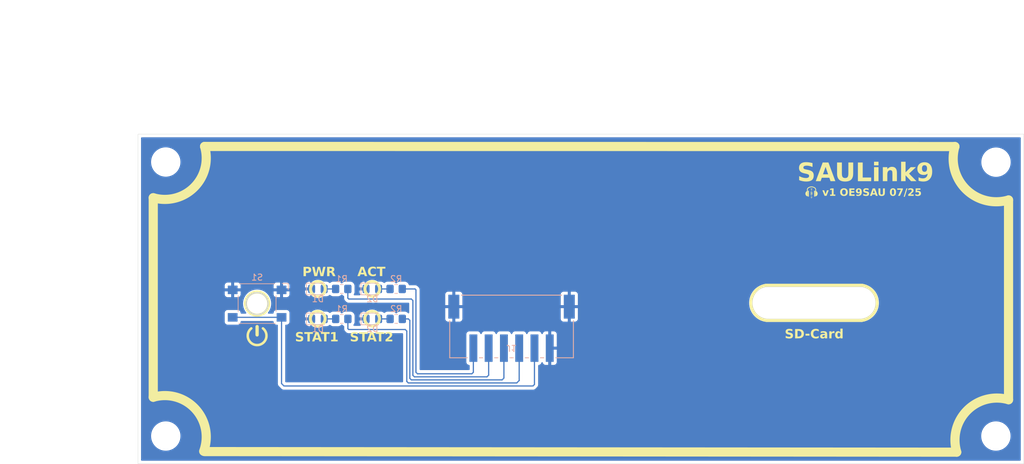
<source format=kicad_pcb>
(kicad_pcb (version 20240108) (generator "pcbnew") (generator_version "8.0")
  (layers (0 "F.Cu" signal) (31 "B.Cu" signal) (34 "B.Paste" user) (35 "F.Paste" user) (36 "B.SilkS" user "B.Silkscreen") (37 "F.SilkS" user "F.Silkscreen") (38 "B.Mask" user) (39 "F.Mask" user) (44 "Edge.Cuts" user))
  (net 0 "")
  (net 1 "GND")
  (footprint "MountingHole:MountingHole_4.3mm_M4" (layer "F.Cu") (at 79.05 68.55)
    (property "Reference" "REF1" (hide yes))
    (property "Value" "MountingHole_4.3mm_M4" (hide yes))
    (pad "" np_thru_hole circle (at 0 0) (size 4.3 4.3) (drill 4.3) (layers "F&B.Cu" "*.Mask"))
  )
  (footprint "LOGO" (layer "F.Cu") (at 184.75 73.55)
    (property "Reference" "G2" (hide yes))
    (property "Value" "LOGO" (hide yes))
    (fp_poly (pts (xy -0.000565 0.834474) (xy 0.087009 0.835065) (xy 0.087009 0.852015) (xy 0.087009 0.868965) (xy -0.000565 0.869557) (xy -0.08814 0.870148) (xy -0.08814 0.852015) (xy -0.08814 0.833882)) (fill solid) (layer "F.SilkS"))
    (fp_poly (pts (xy 0.02938 0.985355) (xy 0.02938 1.001174) (xy -0.00113 1.001174) (xy -0.03164 1.001174) (xy -0.03164 0.985355) (xy -0.03164 0.969535) (xy -0.00113 0.969535) (xy 0.02938 0.969535)) (fill solid) (layer "F.SilkS"))
    (fp_poly (pts (xy -0.000565 0.902261) (xy 0.05537 0.902865) (xy 0.056034 0.91925) (xy 0.056698 0.935635) (xy -0.001346 0.935635) (xy -0.059389 0.935635) (xy -0.057964 0.92377) (xy -0.057132 0.915912) (xy -0.056609 0.909185) (xy -0.056519 0.906781) (xy -0.0565 0.901656)) (fill solid) (layer "F.SilkS"))
    (fp_poly (pts (xy 0.116389 0.785346) (xy 0.116389 0.801166) (xy -0.000628 0.801751) (xy -0.027214 0.801867) (xy -0.049618 0.801924) (xy -0.068177 0.801913) (xy -0.083228 0.801828) (xy -0.09511 0.801661) (xy -0.104158 0.801406) (xy -0.110712 0.801054) (xy -0.115108 0.8006) (xy -0.117684 0.800035) (xy -0.118777 0.799353) (xy -0.118835 0.799238) (xy -0.11937 0.795401) (xy -0.119514 0.788715) (xy -0.119336 0.782833) (xy -0.118649 0.769526) (xy -0.00113 0.769526) (xy 0.116389 0.769526)) (fill solid) (layer "F.SilkS"))
    (fp_poly (pts (xy -0.522178 -0.298269) (xy -0.50562 -0.298208) (xy -0.492911 -0.298033) (xy -0.483381 -0.297693) (xy -0.47636 -0.297142) (xy -0.471176 -0.296331) (xy -0.46716 -0.295211) (xy -0.464427 -0.294102) (xy -0.455167 -0.288226) (xy -0.446477 -0.279858) (xy -0.439652 -0.27044) (xy -0.436341 -0.262884) (xy -0.436099 -0.259775) (xy -0.43587 -0.252417) (xy -0.435654 -0.241078) (xy -0.435451 -0.226029) (xy -0.435261 -0.207539) (xy -0.435085 -0.185878) (xy -0.434922 -0.161316) (xy -0.434773 -0.134123) (xy -0.434638 -0.104568) (xy -0.434517 -0.072922) (xy -0.43441 -0.039454) (xy -0.434317 -0.004434) (xy -0.434238 0.031868) (xy -0.434175 0.069183) (xy -0.434125 0.10724) (xy -0.434091 0.14577) (xy -0.434072 0.184502) (xy -0.434068 0.223168) (xy -0.434079 0.261497) (xy -0.434106 0.29922) (xy -0.434149 0.336066) (xy -0.434207 0.371766) (xy -0.434281 0.40605) (xy -0.434372 0.438648) (xy -0.434478 0.469291) (xy -0.434601 0.497708) (xy -0.434741 0.52363) (xy -0.434897 0.546787) (xy -0.43507 0.566909) (xy -0.43526 0.583726) (xy -0.435467 0.596969) (xy -0.435691 0.606368) (xy -0.435854 0.610432) (xy -0.436568 0.622426) (xy -0.43732 0.630877) (xy -0.43832 0.636759) (xy -0.439776 0.641046) (xy -0.441898 0.644711) (xy -0.443751 0.647246) (xy -0.44983 0.653868) (xy -0.457217 0.660189) (xy -0.459353 0.6617) (xy -0.468603 0.667826) (xy -0.519625 0.668223) (xy -0.534918 0.668246) (xy -0.549179 0.66809) (xy -0.561619 0.667778) (xy -0.571447 0.667331) (xy -0.577874 0.666773) (xy -0.579357 0.666514) (xy -0.591739 0.661467) (xy -0.60118 0.653163) (xy -0.60589 0.64545) (xy -0.60639 0.644233) (xy -0.606848 0.642747) (xy -0.607267 0.640801) (xy -0.607648 0.638207) (xy -0.607993 0.634774) (xy -0.608305 0.630313) (xy -0.608584 0.624633) (xy -0.608832 0.617544) (xy -0.609052 0.608858) (xy -0.609245 0.598383) (xy -0.609412 0.58593) (xy -0.609556 0.57131) (xy -0.609679 0.554332) (xy -0.609781 0.534806) (xy -0.609865 0.512543) (xy -0.609933 0.487353) (xy -0.609986 0.459045) (xy -0.610026 0.427431) (xy -0.610054 0.39232) (xy -0.610074 0.353522) (xy -0.610086 0.310847) (xy -0.610091 0.264106) (xy -0.610093 0.213109) (xy -0.610093 0.192099) (xy -0.610083 0.145941) (xy -0.610052 0.1012) (xy -0.610004 0.058084) (xy -0.609937 0.016798) (xy -0.609854 -0.022449) (xy -0.609755 -0.059453) (xy -0.609641 -0.094005) (xy -0.609512 -0.125901) (xy -0.609371 -0.154932) (xy -0.609218 -0.180892) (xy -0.609053 -0.203575) (xy -0.608877 -0.222774) (xy -0.608692 -0.238283) (xy -0.608499 -0.249894) (xy -0.608298 -0.257401) (xy -0.60809 -0.260599) (xy -0.608087 -0.260612) (xy -0.60287 -0.273497) (xy -0.594008 -0.284497) (xy -0.582378 -0.292594) (xy -0.578446 -0.29448) (xy -0.574783 -0.295897) (xy -0.570688 -0.296913) (xy -0.565462 -0.297592) (xy -0.558405 -0.298001) (xy -0.548816 -0.298206) (xy -0.535997 -0.298272)) (fill solid) (layer "F.SilkS"))
    (fp_poly (pts (xy 0.563337 -0.295862) (xy 0.572158 -0.29571) (xy 0.578599 -0.295383) (xy 0.583194 -0.294848) (xy 0.586478 -0.294072) (xy 0.588987 -0.293023) (xy 0.591254 -0.291669) (xy 0.592209 -0.291037) (xy 0.594004 -0.289981) (xy 0.595654 -0.289182) (xy 0.597166 -0.288455) (xy 0.598546 -0.287616) (xy 0.599801 -0.286481) (xy 0.600936 -0.284865) (xy 0.601959 -0.282586) (xy 0.602874 -0.279459) (xy 0.603689 -0.275299) (xy 0.60441 -0.269924) (xy 0.605042 -0.263148) (xy 0.605592 -0.254788) (xy 0.606067 -0.244659) (xy 0.606472 -0.232579) (xy 0.606814 -0.218362) (xy 0.607099 -0.201825) (xy 0.607333 -0.182783) (xy 0.607522 -0.161053) (xy 0.607673 -0.136451) (xy 0.607791 -0.108792) (xy 0.607884 -0.077893) (xy 0.607957 -0.043569) (xy 0.608016 -0.005637) (xy 0.608068 0.036088) (xy 0.608119 0.08179) (xy 0.608175 0.131652) (xy 0.608239 0.183183) (xy 0.608308 0.236391) (xy 0.608371 0.285266) (xy 0.608423 0.329997) (xy 0.608465 0.370772) (xy 0.608495 0.407779) (xy 0.60851 0.441205) (xy 0.608509 0.471239) (xy 0.608491 0.498068) (xy 0.608454 0.52188) (xy 0.608396 0.542864) (xy 0.608315 0.561206) (xy 0.608211 0.577096) (xy 0.608081 0.59072) (xy 0.607924 0.602267) (xy 0.607737 0.611925) (xy 0.607521 0.619882) (xy 0.607272 0.626325) (xy 0.606989 0.631442) (xy 0.606671 0.635422) (xy 0.606316 0.638452) (xy 0.605922 0.640721) (xy 0.605488 0.642415) (xy 0.605012 0.643723) (xy 0.604493 0.644833) (xy 0.604227 0.645351) (xy 0.597981 0.653648) (xy 0.588827 0.660972) (xy 0.588707 0.661046) (xy 0.577796 0.667826) (xy 0.523372 0.668418) (xy 0.506027 0.668579) (xy 0.492574 0.668611) (xy 0.482388 0.668479) (xy 0.474843 0.668148) (xy 0.469311 0.66758) (xy 0.465167 0.66674) (xy 0.461784 0.665591) (xy 0.459907 0.664762) (xy 0.448849 0.657715) (xy 0.440761 0.647991) (xy 0.43703 0.640676) (xy 0.436569 0.639405) (xy 0.436147 0.637694) (xy 0.43576 0.635355) (xy 0.435408 0.632199) (xy 0.435089 0.628039) (xy 0.434801 0.622686) (xy 0.434544 0.615951) (xy 0.434314 0.607647) (xy 0.434111 0.597585) (xy 0.433934 0.585576) (xy 0.43378 0.571433) (xy 0.433647 0.554967) (xy 0.433535 0.53599) (xy 0.433442 0.514313) (xy 0.433366 0.489749) (xy 0.433305 0.462108) (xy 0.433258 0.431203) (xy 0.433224 0.396845) (xy 0.4332 0.358846) (xy 0.433186 0.317018) (xy 0.433179 0.271171) (xy 0.433178 0.221119) (xy 0.433179 0.185285) (xy 0.433189 0.129692) (xy 0.433212 0.078465) (xy 0.433248 0.03145) (xy 0.433298 -0.011506) (xy 0.433363 -0.050556) (xy 0.433444 -0.085856) (xy 0.433542 -0.117557) (xy 0.433659 -0.145815) (xy 0.433794 -0.170783) (xy 0.433949 -0.192614) (xy 0.434125 -0.211463) (xy 0.434323 -0.227482) (xy 0.434543 -0.240827) (xy 0.434788 -0.251649) (xy 0.435057 -0.260104) (xy 0.435351 -0.266345) (xy 0.435672 -0.270525) (xy 0.435994 -0.272692) (xy 0.439011 -0.28132) (xy 0.443136 -0.288199) (xy 0.444435 -0.289608) (xy 0.446135 -0.291127) (xy 0.447985 -0.29233) (xy 0.450503 -0.293261) (xy 0.454208 -0.293961) (xy 0.459621 -0.294474) (xy 0.46726 -0.294842) (xy 0.477644 -0.295107) (xy 0.491293 -0.295313) (xy 0.508726 -0.295502) (xy 0.517244 -0.295586) (xy 0.536415 -0.295767) (xy 0.551601 -0.29587)) (fill solid) (layer "F.SilkS"))
    (fp_poly (pts (xy 0.038956 -0.998464) (xy 0.05826 -0.997778) (xy 0.071668 -0.996849) (xy 0.12814 -0.990165) (xy 0.183475 -0.980515) (xy 0.238306 -0.967724) (xy 0.293263 -0.951618) (xy 0.34898 -0.932024) (xy 0.406088 -0.908767) (xy 0.429398 -0.89843) (xy 0.466148 -0.881087) (xy 0.499001 -0.864067) (xy 0.528525 -0.846995) (xy 0.555289 -0.829495) (xy 0.579862 -0.811191) (xy 0.602811 -0.791708) (xy 0.624705 -0.77067) (xy 0.628277 -0.767001) (xy 0.65811 -0.733383) (xy 0.684118 -0.698407) (xy 0.706175 -0.662316) (xy 0.724152 -0.625358) (xy 0.737922 -0.587777) (xy 0.747358 -0.549819) (xy 0.750163 -0.532629) (xy 0.750691 -0.526344) (xy 0.751163 -0.515796) (xy 0.751573 -0.501242) (xy 0.751918 -0.482938) (xy 0.752196 -0.461141) (xy 0.7524 -0.436107) (xy 0.752528 -0.408093) (xy 0.752576 -0.377356) (xy 0.752576 -0.37504) (xy 0.752576 -0.235131) (xy 0.762181 -0.230247) (xy 0.77584 -0.222453) (xy 0.791651 -0.212017) (xy 0.808705 -0.199619) (xy 0.826091 -0.185942) (xy 0.842901 -0.171667) (xy 0.854604 -0.160959) (xy 0.886369 -0.127758) (xy 0.914512 -0.092036) (xy 0.93895 -0.054088) (xy 0.959598 -0.014207) (xy 0.976369 0.02731) (xy 0.989178 0.070169) (xy 0.997942 0.114075) (xy 1.002573 0.158733) (xy 1.002988 0.203849) (xy 0.999101 0.249127) (xy 0.990826 0.294273) (xy 0.988671 0.303129) (xy 0.981149 0.329734) (xy 0.972273 0.354966) (xy 0.961351 0.380694) (xy 0.954888 0.394368) (xy 0.932687 0.434876) (xy 0.906781 0.472841) (xy 0.877291 0.508125) (xy 0.84434 0.54059) (xy 0.80805 0.5701) (xy 0.785663 0.585711) (xy 0.765641 0.598897) (xy 0.693684 0.598897) (xy 0.621728 0.598897) (xy 0.620949 0.040115) (xy 0.62017 -0.518667) (xy 0.615327 -0.534487) (xy 0.605357 -0.562378) (xy 0.592789 -0.588949) (xy 0.577237 -0.614817) (xy 0.558315 -0.640599) (xy 0.535634 -0.666912) (xy 0.525447 -0.677699) (xy 0.496301 -0.705699) (xy 0.466055 -0.730633) (xy 0.435322 -0.75203) (xy 0.405577 -0.768992) (xy 0.39275 -0.775008) (xy 0.376319 -0.781976) (xy 0.357034 -0.789631) (xy 0.335643 -0.797708) (xy 0.312895 -0.805943) (xy 0.289541 -0.814072) (xy 0.266328 -0.82183) (xy 0.244008 -0.828953) (xy 0.223328 -0.835177) (xy 0.205038 -0.840238) (xy 0.200009 -0.841519) (xy 0.164375 -0.849903) (xy 0.131794 -0.856501) (xy 0.101231 -0.861451) (xy 0.071649 -0.864892) (xy 0.042011 -0.866963) (xy 0.011282 -0.867802) (xy 0.003303 -0.867835) (xy -0.037969 -0.866854) (xy -0.078502 -0.863825) (xy -0.118923 -0.858623) (xy -0.159857 -0.851119) (xy -0.20193 -0.841188) (xy -0.245768 -0.828702) (xy -0.291997 -0.813535) (xy -0.327121 -0.80088) (xy -0.356696 -0.789547) (xy -0.382538 -0.778855) (xy -0.405311 -0.768399) (xy -0.425679 -0.757774) (xy -0.444307 -0.746574) (xy -0.461859 -0.734393) (xy -0.478998 -0.720826) (xy -0.496389 -0.705468) (xy -0.514696 -0.687912) (xy -0.51881 -0.683817) (xy -0.54225 -0.659222) (xy -0.562023 -0.635873) (xy -0.57856 -0.613103) (xy -0.59229 -0.590248) (xy -0.603644 -0.566642) (xy -0.613051 -0.54162) (xy -0.615328 -0.534487) (xy -0.620204 -0.518667) (xy -0.620951 0.040115) (xy -0.621697 0.598897) (xy -0.694482 0.598798) (xy -0.767266 0.598699) (xy -0.789224 0.583543) (xy -0.823751 0.557939) (xy -0.854445 0.531325) (xy -0.881976 0.503069) (xy -0.907013 0.472539) (xy -0.907021 0.472528) (xy -0.932998 0.434412) (xy -0.954898 0.394637) (xy -0.972727 0.353484) (xy -0.986491 0.311235) (xy -0.996194 0.268175) (xy -1.001842 0.224584) (xy -1.003439 0.180745) (xy -1.000994 0.136941) (xy -0.994508 0.093454) (xy -0.983988 0.050567) (xy -0.969439 0.008561) (xy -0.950867 -0.03228) (xy -0.928276 -0.071675) (xy -0.901672 -0.10934) (xy -0.896072 -0.116391) (xy -0.868327 -0.147519) (xy -0.837162 -0.176783) (xy -0.803569 -0.203309) (xy -0.777708 -0.220676) (xy -0.752818 -0.236169) (xy -0.751962 -0.387588) (xy -0.751796 -0.41779) (xy -0.751644 -0.443866) (xy -0.75148 -0.466209) (xy -0.751277 -0.485212) (xy -0.751008 -0.501269) (xy -0.750645 -0.514773) (xy -0.750162 -0.526118) (xy -0.749531 -0.535697) (xy -0.748725 -0.543904) (xy -0.747717 -0.551132) (xy -0.746481 -0.557774) (xy -0.744988 -0.564223) (xy -0.743212 -0.570874) (xy -0.741125 -0.578119) (xy -0.738702 -0.586353) (xy -0.738128 -0.588308) (xy -0.730771 -0.609579) (xy -0.72071 -0.632905) (xy -0.708513 -0.657218) (xy -0.694746 -0.681453) (xy -0.679975 -0.704543) (xy -0.666497 -0.723196) (xy -0.646394 -0.747424) (xy -0.623786 -0.771438) (xy -0.599619 -0.794367) (xy -0.574835 -0.815341) (xy -0.550382 -0.83349) (xy -0.537877 -0.841667) (xy -0.513748 -0.855841) (xy -0.486058 -0.870718) (xy -0.455629 -0.885897) (xy -0.423284 -0.900977) (xy -0.389845 -0.915556) (xy -0.368156 -0.924476) (xy -0.303325 -0.948274) (xy -0.238427 -0.967626) (xy -0.173198 -0.982606) (xy -0.114129 -0.992388) (xy -0.097363 -0.994252) (xy -0.077223 -0.995825) (xy -0.054712 -0.997082) (xy -0.030835 -0.997998) (xy -0.006596 -0.99855) (xy 0.017003 -0.998713)) (fill solid) (layer "F.SilkS"))
    (fp_poly (pts (xy -0.008101 -0.659698) (xy 0.013324 -0.659617) (xy 0.034695 -0.659492) (xy 0.05553 -0.659326) (xy 0.075343 -0.659122) (xy 0.09365 -0.658883) (xy 0.109968 -0.658613) (xy 0.123813 -0.658313) (xy 0.1347 -0.657988) (xy 0.142145 -0.657639) (xy 0.145664 -0.657271) (xy 0.145866 -0.657185) (xy 0.145095 -0.654971) (xy 0.142316 -0.649155) (xy 0.137714 -0.640085) (xy 0.131473 -0.62811) (xy 0.123779 -0.61358) (xy 0.114816 -0.596844) (xy 0.104769 -0.578251) (xy 0.093823 -0.558151) (xy 0.082773 -0.537999) (xy 0.01808 -0.420416) (xy 0.01808 -0.268) (xy 0.01808 -0.115585) (xy 0.006215 -0.114382) (xy -0.001611 -0.113681) (xy -0.012069 -0.112868) (xy -0.023276 -0.112085) (xy -0.026793 -0.11186) (xy -0.038879 -0.110809) (xy -0.051823 -0.109214) (xy -0.063199 -0.107382) (xy -0.065212 -0.106986) (xy -0.081284 -0.10286) (xy -0.093246 -0.097835) (xy -0.10146 -0.091682) (xy -0.106286 -0.084169) (xy -0.107523 -0.079926) (xy -0.107843 -0.075239) (xy -0.106054 -0.071308) (xy -0.101389 -0.066567) (xy -0.100661 -0.065924) (xy -0.094046 -0.060951) (xy -0.085451 -0.055622) (xy -0.076074 -0.050551) (xy -0.067112 -0.046354) (xy -0.059761 -0.043647) (xy -0.055991 -0.042964) (xy -0.0519 -0.043567) (xy -0.044502 -0.045195) (xy -0.034829 -0.047604) (xy -0.023912 -0.050547) (xy -0.023345 -0.050706) (xy 0.003542 -0.057401) (xy 0.029185 -0.062123) (xy 0.053085 -0.064844) (xy 0.074738 -0.065538) (xy 0.093645 -0.064176) (xy 0.109304 -0.06073) (xy 0.115501 -0.058336) (xy 0.126059 -0.052129) (xy 0.134125 -0.044689) (xy 0.134711 -0.043946) (xy 0.138528 -0.038214) (xy 0.140496 -0.032657) (xy 0.141175 -0.025334) (xy 0.141211 -0.021412) (xy 0.140828 -0.01272) (xy 0.139371 -0.006598) (xy 0.136292 -0.001128) (xy 0.134865 0.000812) (xy 0.126375 0.009262) (xy 0.115267 0.015532) (xy 0.101183 0.019718) (xy 0.083762 0.021915) (xy 0.062644 0.022221) (xy 0.05579 0.02197) (xy 0.036735 0.020636) (xy 0.019188 0.01832) (xy 0.001533 0.014726) (xy -0.017846 0.009558) (xy -0.02737 0.006697) (xy -0.037487 0.003801) (xy -0.046783 0.001536) (xy -0.053901 0.000213) (xy -0.05642 0) (xy -0.062949 0.001177) (xy -0.071318 0.004329) (xy -0.080593 0.008891) (xy -0.089839 0.014297) (xy -0.098121 0.019979) (xy -0.104504 0.025371) (xy -0.108055 0.029908) (xy -0.108479 0.031544) (xy -0.10657 0.035483) (xy -0.101428 0.040689) (xy -0.093934 0.046551) (xy -0.084968 0.052459) (xy -0.07541 0.057806) (xy -0.066141 0.06198) (xy -0.062821 0.063151) (xy -0.05839 0.064259) (xy -0.053919 0.064416) (xy -0.048246 0.063463) (xy -0.040209 0.061241) (xy -0.033441 0.059128) (xy -0.013794 0.053566) (xy 0.007162 0.048856) (xy 0.028369 0.045151) (xy 0.048771 0.042605) (xy 0.067312 0.04137) (xy 0.082933 0.041598) (xy 0.085869 0.04186) (xy 0.103393 0.045118) (xy 0.118096 0.050723) (xy 0.129635 0.058412) (xy 0.137664 0.067922) (xy 0.141842 0.07899) (xy 0.142379 0.085017) (xy 0.140219 0.097611) (xy 0.134061 0.108825) (xy 0.124393 0.117856) (xy 0.121374 0.119741) (xy 0.105466 0.126369) (xy 0.086153 0.130027) (xy 0.063438 0.130715) (xy 0.037325 0.128434) (xy 0.007816 0.123182) (xy -0.024687 0.115072) (xy -0.035385 0.112305) (xy -0.045412 0.110109) (xy -0.053403 0.108765) (xy -0.056956 0.108479) (xy -0.064237 0.10965) (xy -0.073118 0.112786) (xy -0.082652 0.117327) (xy -0.091894 0.122712) (xy -0.099897 0.128378) (xy -0.105714 0.133766) (xy -0.108401 0.138313) (xy -0.108479 0.139047) (xy -0.106649 0.142631) (xy -0.101764 0.14764) (xy -0.094738 0.15333) (xy -0.086482 0.158956) (xy -0.078563 0.163449) (xy -0.069661 0.167191) (xy -0.060831 0.169019) (xy -0.051047 0.168917) (xy -0.039283 0.166872) (xy -0.024512 0.162869) (xy -0.023972 0.162707) (xy 0.003874 0.155367) (xy 0.030289 0.150758) (xy 0.057197 0.148583) (xy 0.06893 0.148324) (xy 0.081678 0.148333) (xy 0.091016 0.148652) (xy 0.098051 0.149411) (xy 0.103889 0.15074) (xy 0.109637 0.152766) (xy 0.110739 0.153212) (xy 0.121552 0.15828) (xy 0.129265 0.163693) (xy 0.135242 0.170514) (xy 0.137673 0.174238) (xy 0.141676 0.184996) (xy 0.141677 0.197016) (xy 0.137685 0.209474) (xy 0.137294 0.210265) (xy 0.130068 0.219671) (xy 0.119122 0.226989) (xy 0.104754 0.2322) (xy 0.087262 0.235286) (xy 0.066945 0.236228) (xy 0.044099 0.23501) (xy 0.019024 0.231611) (xy -0.007983 0.226015) (xy -0.02905 0.220444) (xy -0.040472 0.217193) (xy -0.048511 0.2151) (xy -0.054121 0.214056) (xy -0.058257 0.213952) (xy -0.061875 0.21468) (xy -0.06593 0.216131) (xy -0.066154 0.216218) (xy -0.07326 0.219504) (xy -0.081616 0.224151) (xy -0.090193 0.229486) (xy -0.097965 0.234833) (xy -0.103904 0.239516) (xy -0.106982 0.24286) (xy -0.107106 0.24313) (xy -0.107247 0.247963) (xy -0.106282 0.250741) (xy -0.102572 0.254846) (xy -0.095616 0.260104) (xy -0.086338 0.265915) (xy -0.075657 0.271679) (xy -0.069871 0.274451) (xy -0.057252 0.280225) (xy -0.038231 0.274432) (xy -0.013456 0.267382) (xy 0.008662 0.262234) (xy 0.029443 0.258742) (xy 0.050208 0.256661) (xy 0.059896 0.256119) (xy 0.073912 0.255629) (xy 0.084461 0.255604) (xy 0.092579 0.256098) (xy 0.099299 0.257162) (xy 0.104108 0.258386) (xy 0.119299 0.264435) (xy 0.130701 0.272574) (xy 0.138188 0.282658) (xy 0.141634 0.294541) (xy 0.141753 0.301915) (xy 0.13962 0.313035) (xy 0.134608 0.321946) (xy 0.126142 0.32938) (xy 0.11572 0.335123) (xy 0.100419 0.340281) (xy 0.081839 0.342937) (xy 0.059885 0.343085) (xy 0.034464 0.340723) (xy 0.00548 0.335845) (xy -0.026506 0.328612) (xy -0.039063 0.325502) (xy -0.048154 0.323412) (xy -0.054693 0.322247) (xy -0.059595 0.32191) (xy -0.063775 0.322309) (xy -0.068147 0.323347) (xy -0.070576 0.324043) (xy -0.080362 0.327676) (xy -0.090098 0.332599) (xy -0.098554 0.338065) (xy -0.104504 0.343332) (xy -0.106113 0.34558) (xy -0.107772 0.353131) (xy -0.105634 0.361372) (xy -0.100172 0.369511) (xy -0.091858 0.376754) (xy -0.08526 0.380553) (xy -0.077161 0.383934) (xy -0.068102 0.386593) (xy -0.057313 0.388658) (xy -0.044024 0.390257) (xy -0.027464 0.391518) (xy -0.015255 0.392184) (xy 0.01582 0.393701) (xy 0.01582 0.547149) (xy 0.01582 0.700596) (xy 0.08249 0.700596) (xy 0.149159 0.700596) (xy 0.149159 0.717546) (xy 0.149159 0.734496) (xy 0 0.734496) (xy -0.149159 0.734496) (xy -0.149159 0.717546) (xy -0.149159 0.700596) (xy -0.08475 0.700596) (xy -0.02034 0.700596) (xy -0.02034 0.56421) (xy -0.02034 0.427825) (xy -0.043505 0.426386) (xy -0.069063 0.423472) (xy -0.090962 0.418146) (xy -0.109152 0.410432) (xy -0.123581 0.400356) (xy -0.134198 0.387942) (xy -0.138387 0.380142) (xy -0.141712 0.368799) (xy -0.14284 0.356004) (xy -0.141717 0.343732) (xy -0.139588 0.336574) (xy -0.133391 0.325997) (xy -0.124259 0.315464) (xy -0.113537 0.306474) (xy -0.11121 0.304923) (xy -0.101511 0.29876) (xy -0.102091 0.298363) (xy 0.010408 0.298363) (xy 0.010654 0.300172) (xy 0.014689 0.301883) (xy 0.02178 0.303443) (xy 0.031195 0.304796) (xy 0.042204 0.305887) (xy 0.054075 0.306661) (xy 0.066076 0.307063) (xy 0.077475 0.307039) (xy 0.087541 0.306532) (xy 0.095542 0.305488) (xy 0.097882 0.304941) (xy 0.104092 0.302197) (xy 0.10599 0.299012) (xy 0.10367 0.295964) (xy 0.097226 0.29363) (xy 0.096025 0.293398) (xy 0.087066 0.292359) (xy 0.075826 0.291871) (xy 0.063219 0.291881) (xy 0.05016 0.292337) (xy 0.037561 0.293186) (xy 0.026338 0.294374) (xy 0.017405 0.295848) (xy 0.011674 0.297556) (xy 0.010408 0.298363) (xy -0.102091 0.298363) (xy -0.10895 0.293668) (xy -0.117469 0.287125) (xy -0.126034 0.279364) (xy -0.133482 0.27154) (xy -0.138649 0.264807) (xy -0.139456 0.263414) (xy -0.141946 0.255168) (xy -0.142557 0.244937) (xy -0.141311 0.234835) (xy -0.139066 0.228407) (xy -0.135884 0.223974) (xy -0.130253 0.217686) (xy -0.123165 0.210618) (xy -0.119838 0.207538) (xy -0.112987 0.201235) (xy -0.107624 0.196087) (xy -0.104488 0.192815) (xy -0.103986 0.192083) (xy 0.01356 0.192083) (xy 0.015724 0.194822) (xy 0.021872 0.197081) (xy 0.031483 0.198786) (xy 0.04404 0.19986) (xy 0.059023 0.20023) (xy 0.06893 0.200083) (xy 0.079742 0.19957) (xy 0.089445 0.198742) (xy 0.096796 0.197726) (xy 0.100004 0.196921) (xy 0.105087 0.194019) (xy 0.10617 0.191138) (xy 0.103771 0.188433) (xy 0.098407 0.186057) (xy 0.090597 0.184165) (xy 0.080859 0.182913) (xy 0.069709 0.182454) (xy 0.057668 0.182943) (xy 0.05424 0.183267) (xy 0.040976 0.18492) (xy 0.029607 0.186792) (xy 0.020805 0.188736) (xy 0.015242 0.190607) (xy 0.01356 0.192083) (xy -0.103986 0.192083) (xy -0.103981 0.192075) (xy -0.105604 0.190202) (xy -0.109893 0.186361) (xy -0.115947 0.181356) (xy -0.116412 0.180984) (xy -0.128858 0.16958) (xy -0.137122 0.158409) (xy -0.141489 0.147005) (xy -0.142379 0.138444) (xy -0.141117 0.128175) (xy -0.137036 0.118628) (xy -0.129692 0.109117) (xy -0.118644 0.098951) (xy -0.11523 0.09621) (xy -0.103888 0.087299) (xy 0.014839 0.087299) (xy 0.01791 0.088896) (xy 0.024806 0.090642) (xy 0.029956 0.091695) (xy 0.041016 0.093322) (xy 0.053709 0.094319) (xy 0.066861 0.094688) (xy 0.079299 0.094429) (xy 0.089847 0.093543) (xy 0.097334 0.092031) (xy 0.098382 0.091645) (xy 0.104348 0.088384) (xy 0.105881 0.085301) (xy 0.103048 0.082163) (xy 0.101425 0.081212) (xy 0.097105 0.080207) (xy 0.089267 0.079565) (xy 0.078898 0.079261) (xy 0.066984 0.07927) (xy 0.05451 0.079569) (xy 0.042462 0.080131) (xy 0.031827 0.080932) (xy 0.02359 0.081947) (xy 0.018737 0.083153) (xy 0.018451 0.083296) (xy 0.015163 0.085537) (xy 0.014839 0.087299) (xy -0.103888 0.087299) (xy -0.101115 0.08512) (xy -0.107622 0.080453) (xy -0.115481 0.074261) (xy -0.123665 0.066914) (xy -0.131119 0.059452) (xy -0.136788 0.052916) (xy -0.139187 0.049338) (xy -0.141479 0.04169) (xy -0.142267 0.031915) (xy -0.141551 0.022105) (xy -0.139334 0.014349) (xy -0.139163 0.014013) (xy -0.135722 0.009189) (xy -0.129879 0.002577) (xy -0.122719 -0.004735) (xy -0.115326 -0.011657) (xy -0.108785 -0.017101) (xy -0.1067 -0.018588) (xy -0.104301 -0.020353) (xy -0.104026 -0.021008) (xy 0.011108 -0.021008) (xy 0.014845 -0.019102) (xy 0.022142 -0.017041) (xy 0.03164 -0.015148) (xy 0.037778 -0.014556) (xy 0.047126 -0.014186) (xy 0.058381 -0.014034) (xy 0.070239 -0.014094) (xy 0.081395 -0.01436) (xy 0.090547 -0.014827) (xy 0.096025 -0.01542) (xy 0.102718 -0.017625) (xy 0.105844 -0.020796) (xy 0.105127 -0.02423) (xy 0.100587 -0.027113) (xy 0.094616 -0.028317) (xy 0.085272 -0.028961) (xy 0.07357 -0.029098) (xy 0.060527 -0.028779) (xy 0.047158 -0.028056) (xy 0.034479 -0.02698) (xy 0.023505 -0.025603) (xy 0.015252 -0.023976) (xy 0.011397 -0.022588) (xy 0.011108 -0.021008) (xy -0.104026 -0.021008) (xy -0.103595 -0.022036) (xy -0.105036 -0.024366) (xy -0.109078 -0.028076) (xy -0.116175 -0.033896) (xy -0.116227 -0.033939) (xy -0.127009 -0.043202) (xy -0.134453 -0.051111) (xy -0.139121 -0.0586) (xy -0.141573 -0.066606) (xy -0.142368 -0.076063) (xy -0.142379 -0.077616) (xy -0.140822 -0.092401) (xy -0.135942 -0.104949) (xy -0.127431 -0.115687) (xy -0.114977 -0.125043) (xy -0.103534 -0.131097) (xy -0.092607 -0.135387) (xy -0.07915 -0.139474) (xy -0.064734 -0.142988) (xy -0.050931 -0.145556) (xy -0.039312 -0.146806) (xy -0.03691 -0.14687) (xy -0.0335 -0.146755) (xy -0.03059 -0.146608) (xy -0.02814 -0.146757) (xy -0.02611 -0.147533) (xy -0.024463 -0.149265) (xy -0.023157 -0.152281) (xy -0.022155 -0.156912) (xy -0.021416 -0.163486) (xy -0.020902 -0.172333) (xy -0.020574 -0.183783) (xy -0.020391 -0.198165) (xy -0.020316 -0.215808) (xy -0.020308 -0.237042) (xy -0.020329 -0.262196) (xy -0.02034 -0.286) (xy -0.02034 -0.422356) (xy -0.070904 -0.514582) (xy -0.081766 -0.534405) (xy -0.092436 -0.5539) (xy -0.102617 -0.572523) (xy -0.112013 -0.589731) (xy -0.120326 -0.60498) (xy -0.127261 -0.617725) (xy -0.129846 -0.622492) (xy -0.08814 -0.622492) (xy -0.087083 -0.620274) (xy -0.084091 -0.614603) (xy -0.079432 -0.60597) (xy -0.073374 -0.594869) (xy -0.066185 -0.581791) (xy -0.058133 -0.567231) (xy -0.054805 -0.561234) (xy -0.02147 -0.50124) (xy -0.020866 -0.559636) (xy -0.020743 -0.575538) (xy -0.020712 -0.590013) (xy -0.020767 -0.602427) (xy -0.020904 -0.612146) (xy -0.021116 -0.618535) (xy -0.02136 -0.620894) (xy -0.023112 -0.622098) (xy -0.027624 -0.622943) (xy -0.035389 -0.62347) (xy -0.046896 -0.623721) (xy -0.055299 -0.623757) (xy 0.02034 -0.623757) (xy 0.020362 -0.563302) (xy 0.020384 -0.502847) (xy 0.054262 -0.562525) (xy 0.062708 -0.577429) (xy 0.070386 -0.591023) (xy 0.077022 -0.602822) (xy 0.082346 -0.612342) (xy 0.086085 -0.619095) (xy 0.087967 -0.622599) (xy 0.088139 -0.62298) (xy 0.08601 -0.62325) (xy 0.080141 -0.62348) (xy 0.071315 -0.62365) (xy 0.060313 -0.623744) (xy 0.05424 -0.623757) (xy 0.02034 -0.623757) (xy -0.055299 -0.623757) (xy -0.066898 -0.623675) (xy -0.0767 -0.623449) (xy -0.083909 -0.623111) (xy -0.087734 -0.62269) (xy -0.08814 -0.622492) (xy -0.129846 -0.622492) (xy -0.132519 -0.627423) (xy -0.134995 -0.632017) (xy -0.148522 -0.657227) (xy -0.118896 -0.658798) (xy -0.110654 -0.659105) (xy -0.099077 -0.659348) (xy -0.084649 -0.659529) (xy -0.067853 -0.659652) (xy -0.049173 -0.659719) (xy -0.029095 -0.659733)) (fill solid) (layer "F.SilkS"))
  )
  (footprint "MountingHole:MountingHole_4.3mm_M4" (layer "F.Cu") (at 214.95 68.575)
    (property "Reference" "REF2" (hide yes))
    (property "Value" "MountingHole_4.3mm_M4" (hide yes))
    (pad "" np_thru_hole circle (at 0 0) (size 4.3 4.3) (drill 4.3) (layers "*.Cu" "*.Mask"))
  )
  (footprint "MountingHole:MountingHole_4.3mm_M4" (layer "F.Cu") (at 214.93 113.45)
    (property "Reference" "REF3" (hide yes))
    (property "Value" "MountingHole_4.3mm_M4" (hide yes))
    (pad "" np_thru_hole circle (at 0 0) (size 4.3 4.3) (drill 4.3) (layers "F&B.Cu" "*.Mask"))
  )
  (footprint "LOGO" (layer "F.Cu") (at 94 97)
    (property "Reference" "G0" (hide yes))
    (property "Value" "LOGO" (hide yes))
    (fp_poly (pts (xy 0.032264 -1.746442) (xy 0.055744 -1.744458) (xy 0.075319 -1.739977) (xy 0.095867 -1.732042) (xy 0.11104 -1.725059) (xy 0.164033 -1.692763) (xy 0.207475 -1.651086) (xy 0.240488 -1.601166) (xy 0.262195 -1.544139) (xy 0.266912 -1.522973) (xy 0.26818 -1.508863) (xy 0.269283 -1.481259) (xy 0.270221 -1.440338) (xy 0.270992 -1.386279) (xy 0.271595 -1.319261) (xy 0.272029 -1.239462) (xy 0.272292 -1.147062) (xy 0.272383 -1.042237) (xy 0.272301 -0.925168) (xy 0.272045 -0.796032) (xy 0.27199 -0.775029) (xy 0.271678 -0.661037) (xy 0.271384 -0.559905) (xy 0.271091 -0.47082) (xy 0.270779 -0.392968) (xy 0.270431 -0.325535) (xy 0.270029 -0.267707) (xy 0.269555 -0.21867) (xy 0.26899 -0.177612) (xy 0.268317 -0.143717) (xy 0.267518 -0.116172) (xy 0.266573 -0.094164) (xy 0.265466 -0.076878) (xy 0.264178 -0.063501) (xy 0.262692 -0.053219) (xy 0.260988 -0.045218) (xy 0.259049 -0.038684) (xy 0.256858 -0.032804) (xy 0.255421 -0.029268) (xy 0.228094 0.021896) (xy 0.191574 0.066926) (xy 0.148231 0.103475) (xy 0.100439 0.129195) (xy 0.092147 0.132285) (xy 0.054879 0.14139) (xy 0.011582 0.14609) (xy -0.030653 0.14583) (xy -0.05025 0.143477) (xy -0.103117 0.12756) (xy -0.151828 0.100071) (xy -0.194526 0.062917) (xy -0.229354 0.018007) (xy -0.254458 -0.032753) (xy -0.266751 -0.079006) (xy -0.267819 -0.092455) (xy -0.268794 -0.118423) (xy -0.269676 -0.155756) (xy -0.270465 -0.203301) (xy -0.271162 -0.259903) (xy -0.271764 -0.324408) (xy -0.272274 -0.395663) (xy -0.27269 -0.472514) (xy -0.273013 -0.553805) (xy -0.273242 -0.638385) (xy -0.273377 -0.725098) (xy -0.273418 -0.81279) (xy -0.273365 -0.900308) (xy -0.273218 -0.986498) (xy -0.272977 -1.070205) (xy -0.272642 -1.150276) (xy -0.272212 -1.225557) (xy -0.271687 -1.294894) (xy -0.271068 -1.357132) (xy -0.270354 -1.411118) (xy -0.269545 -1.455698) (xy -0.268642 -1.489718) (xy -0.267643 -1.512024) (xy -0.266889 -1.52004) (xy -0.250627 -1.578732) (xy -0.222577 -1.631184) (xy -0.18368 -1.676163) (xy -0.134873 -1.712433) (xy -0.11104 -1.725059) (xy -0.087485 -1.735585) (xy -0.067892 -1.742069) (xy -0.047384 -1.74547) (xy -0.021082 -1.746746) (xy 0 -1.746891)) (fill solid) (layer "F.SilkS"))
    (fp_poly (pts (xy 0.984716 -1.392233) (xy 1.014826 -1.384106) (xy 1.046089 -1.36913) (xy 1.080974 -1.346106) (xy 1.121951 -1.313834) (xy 1.124982 -1.311306) (xy 1.233243 -1.211954) (xy 1.332825 -1.102682) (xy 1.423022 -0.984677) (xy 1.503128 -0.859128) (xy 1.57244 -0.727223) (xy 1.630249 -0.59015) (xy 1.675853 -0.449097) (xy 1.702013 -0.339475) (xy 1.711675 -0.289816) (xy 1.719152 -0.246055) (xy 1.724704 -0.205152) (xy 1.728592 -0.16407) (xy 1.731076 -0.119769) (xy 1.732417 -0.06921) (xy 1.732875 -0.009353) (xy 1.732865 0.020511) (xy 1.732579 0.078526) (xy 1.731878 0.125496) (xy 1.730608 0.16405) (xy 1.728612 0.196816) (xy 1.725734 0.226421) (xy 1.721821 0.255494) (xy 1.717335 0.283078) (xy 1.693135 0.403886) (xy 1.663179 0.515987) (xy 1.626105 0.623622) (xy 1.580551 0.731034) (xy 1.559096 0.776016) (xy 1.484988 0.911632) (xy 1.400112 1.039139) (xy 1.305028 1.158012) (xy 1.200297 1.267729) (xy 1.08648 1.367765) (xy 0.964135 1.457596) (xy 0.833825 1.5367) (xy 0.69611 1.604552) (xy 0.652948 1.622834) (xy 0.55445 1.659675) (xy 0.454611 1.690007) (xy 0.349353 1.71494) (xy 0.24341 1.734192) (xy 0.21844 1.737116) (xy 0.182775 1.739875) (xy 0.139256 1.742382) (xy 0.090723 1.744546) (xy 0.040016 1.746278) (xy -0.010023 1.747491) (xy -0.056554 1.748093) (xy -0.096737 1.747997) (xy -0.127731 1.747113) (xy -0.140161 1.746226) (xy -0.291041 1.725742) (xy -0.433981 1.695101) (xy -0.570739 1.653791) (xy -0.70307 1.601297) (xy -0.805247 1.551787) (xy -0.936951 1.47523) (xy -1.060506 1.388041) (xy -1.175413 1.290918) (xy -1.281173 1.184564) (xy -1.377288 1.069678) (xy -1.463261 0.946959) (xy -1.538592 0.817109) (xy -1.602783 0.680828) (xy -1.655337 0.538815) (xy -1.695755 0.391772) (xy -1.719691 0.266649) (xy -1.729163 0.185602) (xy -1.734411 0.095553) (xy -1.735488 0.000489) (xy -1.732446 -0.095602) (xy -1.725336 -0.188734) (xy -1.71421 -0.27492) (xy -1.712518 -0.28513) (xy -1.681314 -0.428704) (xy -1.637358 -0.569736) (xy -1.581347 -0.707011) (xy -1.513975 -0.839314) (xy -1.435938 -0.965429) (xy -1.34793 -1.084141) (xy -1.250646 -1.194235) (xy -1.144782 -1.294496) (xy -1.126181 -1.310308) (xy -1.087998 -1.341041) (xy -1.056471 -1.36321) (xy -1.028896 -1.37822) (xy -1.002569 -1.387476) (xy -0.974785 -1.392383) (xy -0.966707 -1.393143) (xy -0.915361 -1.391055) (xy -0.868511 -1.377317) (xy -0.827436 -1.353523) (xy -0.793415 -1.321267) (xy -0.767726 -1.282141) (xy -0.75165 -1.237741) (xy -0.746465 -1.189659) (xy -0.753451 -1.139489) (xy -0.75601 -1.130644) (xy -0.759783 -1.118868) (xy -0.763751 -1.108546) (xy -0.768988 -1.098459) (xy -0.776574 -1.087392) (xy -0.787583 -1.074125) (xy -0.803093 -1.057443) (xy -0.824179 -1.036127) (xy -0.85192 -1.008959) (xy -0.887391 -0.974724) (xy -0.930556 -0.93327) (xy -1.017459 -0.84165) (xy -1.093425 -0.74375) (xy -1.159434 -0.63809) (xy -1.216467 -0.523192) (xy -1.240323 -0.465901) (xy -1.279816 -0.347276) (xy -1.307395 -0.223564) (xy -1.323048 -0.096414) (xy -1.326759 0.032524) (xy -1.318515 0.161599) (xy -1.298302 0.289162) (xy -1.266106 0.413563) (xy -1.248255 0.466555) (xy -1.197574 0.586702) (xy -1.134752 0.701551) (xy -1.06064 0.810055) (xy -0.976094 0.911168) (xy -0.881968 1.003841) (xy -0.779114 1.087028) (xy -0.696892 1.142483) (xy -0.580788 1.206718) (xy -0.460198 1.258402) (xy -0.336066 1.297537) (xy -0.209339 1.324121) (xy -0.08096 1.338154) (xy 0.048126 1.339635) (xy 0.176972 1.328565) (xy 0.304635 1.304942) (xy 0.43017 1.268767) (xy 0.552631 1.220039) (xy 0.671074 1.158758) (xy 0.697389 1.143047) (xy 0.78469 1.083635) (xy 0.870418 1.013966) (xy 0.951979 0.93662) (xy 1.02678 0.854173) (xy 1.092224 0.769204) (xy 1.127234 0.715944) (xy 1.19205 0.598024) (xy 1.24426 0.476292) (xy 1.284342 0.349426) (xy 1.312775 0.216105) (xy 1.316448 0.19295) (xy 1.322783 0.134232) (xy 1.325935 0.066248) (xy 1.326025 -0.006998) (xy 1.323176 -0.081504) (xy 1.317511 -0.153266) (xy 1.309153 -0.218283) (xy 1.302773 -0.252974) (xy 1.268274 -0.384715) (xy 1.221929 -0.510451) (xy 1.164087 -0.629523) (xy 1.0951 -0.741271) (xy 1.015315 -0.845038) (xy 0.952514 -0.913293) (xy 0.924934 -0.940741) (xy 0.891887 -0.973023) (xy 0.857951 -1.005694) (xy 0.83338 -1.028991) (xy 0.805833 -1.055291) (xy 0.78655 -1.075154) (xy 0.773541 -1.091182) (xy 0.764814 -1.105982) (xy 0.758377 -1.122159) (xy 0.755688 -1.130611) (xy 0.746702 -1.182416) (xy 0.750797 -1.233254) (xy 0.767416 -1.281174) (xy 0.796001 -1.324225) (xy 0.817095 -1.345538) (xy 0.858104 -1.373762) (xy 0.904015 -1.389928) (xy 0.953291 -1.394711)) (fill solid) (layer "F.SilkS"))
  )
  (footprint "MountingHole:MountingHole_4.3mm_M4" (layer "F.Cu") (at 79.05 113.45)
    (property "Reference" "REF4" (hide yes))
    (property "Value" "MountingHole_4.3mm_M4" (hide yes))
    (pad "" np_thru_hole circle (at 0 0) (size 4.3 4.3) (drill 4.3) (layers "F&B.Cu" "*.Mask"))
  )
  (footprint "LED_SMD:LED_0805_2012Metric_Pad1.15x1.40mm_HandSolder" (layer "B.Cu") (at 112.858423 89.35)
    (property "Reference" "D2" (at 0 1.65 0) (layer "B.SilkS") (effects (justify mirror)))
    (property "Value" "LED_0805_2012Metric_Pad1.15x1.40mm_HandSolder")
    (fp_line (start -1.86 -0.96) (end -1.86 0.96) (stroke (width 0.12)) (layer "B.SilkS"))
    (fp_line (start -1.86 0.96) (end 1 0.96) (stroke (width 0.12)) (layer "B.SilkS"))
    (fp_line (start 1 -0.96) (end -1.86 -0.96) (stroke (width 0.12)) (layer "B.SilkS"))
    (pad "1" smd roundrect (at -1.025 0) (size 1.15 1.4) (layers "B.Cu" "B.Paste" "B.Mask") (roundrect_rratio 0.217391) (net 1 "GND"))
    (pad "2" smd roundrect (at 1.025 0) (size 1.15 1.4) (layers "B.Cu" "B.Paste" "B.Mask") (roundrect_rratio 0.217391))
  )
  (footprint "S6B_XH_SM4_TB:CONN_S6B-XH-SM4-TB_JST" (layer "B.Cu") (at 135.65 95.496199)
    (property "Reference" "J1" (at 0 3.553801 180) (layer "B.SilkS") (effects (justify mirror)))
    (property "Value" "CONN_S6B-XH-SM4-TB_JST")
    (fp_line (start -10.1219 -0.957659) (end -10.1219 5.1308) (stroke (width 0.1524)) (layer "B.SilkS"))
    (fp_line (start -10.1219 5.1308) (end -7.23044 5.1308) (stroke (width 0.1524)) (layer "B.SilkS"))
    (fp_line (start -5.26956 5.1308) (end -4.73044 5.1308) (stroke (width 0.1524)) (layer "B.SilkS"))
    (fp_line (start -2.76956 5.1308) (end -2.23044 5.1308) (stroke (width 0.1524)) (layer "B.SilkS"))
    (fp_line (start -0.26956 5.1308) (end 0.26956 5.1308) (stroke (width 0.1524)) (layer "B.SilkS"))
    (fp_line (start 2.23044 5.1308) (end 2.76956 5.1308) (stroke (width 0.1524)) (layer "B.SilkS"))
    (fp_line (start 4.73044 5.1308) (end 5.26956 5.1308) (stroke (width 0.1524)) (layer "B.SilkS"))
    (fp_line (start 7.23044 5.1308) (end 10.1219 5.1308) (stroke (width 0.1524)) (layer "B.SilkS"))
    (fp_line (start 8.215559 -5.1308) (end -8.215559 -5.1308) (stroke (width 0.1524)) (layer "B.SilkS"))
    (fp_line (start 10.1219 5.1308) (end 10.1219 -0.957659) (stroke (width 0.1524)) (layer "B.SilkS"))
    (pad "1" smd rect (at -6.25 3.553801) (size 1.2954 4.4958) (layers "B.Cu" "B.Paste" "B.Mask"))
    (pad "2" smd rect (at -3.75 3.553801) (size 1.2954 4.4958) (layers "B.Cu" "B.Paste" "B.Mask"))
    (pad "3" smd rect (at -1.25 3.553801) (size 1.2954 4.4958) (layers "B.Cu" "B.Paste" "B.Mask"))
    (pad "4" smd rect (at 1.25 3.553801) (size 1.2954 4.4958) (layers "B.Cu" "B.Paste" "B.Mask"))
    (pad "5" smd rect (at 3.75 3.553801) (size 1.2954 4.4958) (layers "B.Cu" "B.Paste" "B.Mask"))
    (pad "6" smd rect (at 6.25 3.553801) (size 1.2954 4.4958) (layers "B.Cu" "B.Paste" "B.Mask") (net 1 "GND"))
    (pad "7" smd rect (at -9.449999 -3.246199) (size 1.8034 3.9116) (layers "B.Cu" "B.Paste" "B.Mask") (net 1 "GND"))
    (pad "8" smd rect (at 9.449999 -3.246199) (size 1.8034 3.9116) (layers "B.Cu" "B.Paste" "B.Mask") (net 1 "GND"))
  )
  (footprint "Resistor_SMD:R_0805_2012Metric_Pad1.20x1.40mm_HandSolder" (layer "B.Cu") (at 116.76 89.35 180)
    (property "Reference" "R2" (at 0 1.65 0) (layer "B.SilkS") (effects (justify mirror)))
    (property "Value" "10k")
    (fp_line (start 0.227064 0.735) (end -0.227064 0.735) (stroke (width 0.12)) (layer "B.SilkS"))
    (fp_line (start 0.227064 -0.735) (end -0.227064 -0.735) (stroke (width 0.12)) (layer "B.SilkS"))
    (pad "1" smd roundrect (at -1 0 180) (size 1.2 1.4) (layers "B.Cu" "B.Paste" "B.Mask") (roundrect_rratio 0.208333))
    (pad "2" smd roundrect (at 1 0 180) (size 1.2 1.4) (layers "B.Cu" "B.Paste" "B.Mask") (roundrect_rratio 0.208333))
  )
  (footprint "Resistor_SMD:R_0805_2012Metric_Pad1.20x1.40mm_HandSolder" (layer "B.Cu") (at 107.85 89.35 180)
    (property "Reference" "R1" (at 0 1.65 0) (layer "B.SilkS") (effects (justify mirror)))
    (property "Value" "10k")
    (fp_line (start 0.227064 0.735) (end -0.227064 0.735) (stroke (width 0.12)) (layer "B.SilkS"))
    (fp_line (start 0.227064 -0.735) (end -0.227064 -0.735) (stroke (width 0.12)) (layer "B.SilkS"))
    (pad "1" smd roundrect (at -1 0 180) (size 1.2 1.4) (layers "B.Cu" "B.Paste" "B.Mask") (roundrect_rratio 0.208333))
    (pad "2" smd roundrect (at 1 0 180) (size 1.2 1.4) (layers "B.Cu" "B.Paste" "B.Mask") (roundrect_rratio 0.208333))
  )
  (footprint "Button_Switch_SMD:SW_SPST_Omron_B3FS-101xP" (layer "B.Cu") (at 94 91.75 180)
    (property "Reference" "S1" (at 0 4.3 0) (layer "B.SilkS") (effects (justify mirror)))
    (property "Value" "SW_SPST_Omron_B3FS-101xP")
    (fp_line (start 3.1 -1.3) (end 3.1 1.3) (stroke (width 0.12)) (layer "B.SilkS"))
    (fp_line (start -2.9 3.25) (end 2.9 3.25) (stroke (width 0.12)) (layer "B.SilkS"))
    (fp_line (start -3 -3.25) (end 3 -3.25) (stroke (width 0.12)) (layer "B.SilkS"))
    (fp_line (start -3.1 -1.3) (end -3.1 1.3) (stroke (width 0.12)) (layer "B.SilkS"))
    (fp_line (start -4.1 3.3) (end -5.1 3.3) (stroke (width 0.12)) (layer "B.SilkS"))
    (fp_line (start -5.1 3.3) (end -5.1 2.3) (stroke (width 0.12)) (layer "B.SilkS"))
    (pad "1" smd rect (at -4 2.25) (size 1.6 1.4) (layers "B.Cu" "B.Paste" "B.Mask") (net 1 "GND"))
    (pad "1" smd rect (at 4 2.25) (size 1.6 1.4) (layers "B.Cu" "B.Paste" "B.Mask") (net 1 "GND"))
    (pad "2" smd rect (at -4 -2.25) (size 1.6 1.4) (layers "B.Cu" "B.Paste" "B.Mask"))
    (pad "2" smd rect (at 4 -2.25) (size 1.6 1.4) (layers "B.Cu" "B.Paste" "B.Mask"))
  )
  (footprint "LED_SMD:LED_0805_2012Metric_Pad1.15x1.40mm_HandSolder" (layer "B.Cu") (at 103.958423 94.26)
    (property "Reference" "D1" (at 0 1.65 0) (layer "B.SilkS") (effects (justify mirror)))
    (property "Value" "LED_0805_2012Metric_Pad1.15x1.40mm_HandSolder")
    (fp_line (start -1.86 -0.96) (end -1.86 0.96) (stroke (width 0.12)) (layer "B.SilkS"))
    (fp_line (start -1.86 0.96) (end 1 0.96) (stroke (width 0.12)) (layer "B.SilkS"))
    (fp_line (start 1 -0.96) (end -1.86 -0.96) (stroke (width 0.12)) (layer "B.SilkS"))
    (pad "1" smd roundrect (at -1.025 0) (size 1.15 1.4) (layers "B.Cu" "B.Paste" "B.Mask") (roundrect_rratio 0.217391) (net 1 "GND"))
    (pad "2" smd roundrect (at 1.025 0) (size 1.15 1.4) (layers "B.Cu" "B.Paste" "B.Mask") (roundrect_rratio 0.217391))
  )
  (footprint "Resistor_SMD:R_0805_2012Metric_Pad1.20x1.40mm_HandSolder" (layer "B.Cu") (at 116.77 94.26 180)
    (property "Reference" "R2" (at 0 1.65 0) (layer "B.SilkS") (effects (justify mirror)))
    (property "Value" "10k")
    (fp_line (start 0.227064 0.735) (end -0.227064 0.735) (stroke (width 0.12)) (layer "B.SilkS"))
    (fp_line (start 0.227064 -0.735) (end -0.227064 -0.735) (stroke (width 0.12)) (layer "B.SilkS"))
    (pad "1" smd roundrect (at -1 0 180) (size 1.2 1.4) (layers "B.Cu" "B.Paste" "B.Mask") (roundrect_rratio 0.208333))
    (pad "2" smd roundrect (at 1 0 180) (size 1.2 1.4) (layers "B.Cu" "B.Paste" "B.Mask") (roundrect_rratio 0.208333))
  )
  (footprint "LED_SMD:LED_0805_2012Metric_Pad1.15x1.40mm_HandSolder" (layer "B.Cu") (at 112.868423 94.26)
    (property "Reference" "D2" (at 0 1.65 0) (layer "B.SilkS") (effects (justify mirror)))
    (property "Value" "LED_0805_2012Metric_Pad1.15x1.40mm_HandSolder")
    (fp_line (start -1.86 -0.96) (end -1.86 0.96) (stroke (width 0.12)) (layer "B.SilkS"))
    (fp_line (start -1.86 0.96) (end 1 0.96) (stroke (width 0.12)) (layer "B.SilkS"))
    (fp_line (start 1 -0.96) (end -1.86 -0.96) (stroke (width 0.12)) (layer "B.SilkS"))
    (pad "1" smd roundrect (at -1.025 0) (size 1.15 1.4) (layers "B.Cu" "B.Paste" "B.Mask") (roundrect_rratio 0.217391) (net 1 "GND"))
    (pad "2" smd roundrect (at 1.025 0) (size 1.15 1.4) (layers "B.Cu" "B.Paste" "B.Mask") (roundrect_rratio 0.217391))
  )
  (footprint "LED_SMD:LED_0805_2012Metric_Pad1.15x1.40mm_HandSolder" (layer "B.Cu") (at 103.948423 89.35)
    (property "Reference" "D1" (at 0 1.65 0) (layer "B.SilkS") (effects (justify mirror)))
    (property "Value" "LED_0805_2012Metric_Pad1.15x1.40mm_HandSolder")
    (fp_line (start -1.86 -0.96) (end -1.86 0.96) (stroke (width 0.12)) (layer "B.SilkS"))
    (fp_line (start -1.86 0.96) (end 1 0.96) (stroke (width 0.12)) (layer "B.SilkS"))
    (fp_line (start 1 -0.96) (end -1.86 -0.96) (stroke (width 0.12)) (layer "B.SilkS"))
    (pad "1" smd roundrect (at -1.025 0) (size 1.15 1.4) (layers "B.Cu" "B.Paste" "B.Mask") (roundrect_rratio 0.217391) (net 1 "GND"))
    (pad "2" smd roundrect (at 1.025 0) (size 1.15 1.4) (layers "B.Cu" "B.Paste" "B.Mask") (roundrect_rratio 0.217391))
  )
  (footprint "Resistor_SMD:R_0805_2012Metric_Pad1.20x1.40mm_HandSolder" (layer "B.Cu") (at 107.86 94.26 180)
    (property "Reference" "R1" (at 0 1.65 0) (layer "B.SilkS") (effects (justify mirror)))
    (property "Value" "10k")
    (fp_line (start 0.227064 0.735) (end -0.227064 0.735) (stroke (width 0.12)) (layer "B.SilkS"))
    (fp_line (start 0.227064 -0.735) (end -0.227064 -0.735) (stroke (width 0.12)) (layer "B.SilkS"))
    (pad "1" smd roundrect (at -1 0 180) (size 1.2 1.4) (layers "B.Cu" "B.Paste" "B.Mask") (roundrect_rratio 0.208333))
    (pad "2" smd roundrect (at 1 0 180) (size 1.2 1.4) (layers "B.Cu" "B.Paste" "B.Mask") (roundrect_rratio 0.208333))
  )
  (gr_arc (start 193.00734 88.75) (mid 195.476949 91.630103) (end 192.995486 94.499999) (stroke (width 0.5)) (layer "F.SilkS"))
  (gr_arc (start 85.403806 66) (mid 83.69309 72.69309) (end 77 74.403806) (stroke (width 1.5)) (layer "F.SilkS"))
  (gr_arc (start 208.526121 116.088273) (mid 210.209159 109.274252) (end 217 107.500001) (stroke (width 1.5)) (layer "F.SilkS"))
  (gr_arc (start 217 74.77307) (mid 210.011784 72.999218) (end 208.22254 66.014928) (stroke (width 1.5)) (layer "F.SilkS"))
  (gr_circle (center 112.85 89.35) (end 114.05 89.35) (stroke (width 0.5)) (fill none) (layer "F.SilkS"))
  (gr_line (start 177.404513 94.5) (end 192.995486 94.5) (stroke (width 0.5)) (layer "F.SilkS"))
  (gr_line (start 217 74.77307) (end 217 107.500001) (stroke (width 1.5)) (layer "F.SilkS"))
  (gr_circle (center 103.95 89.35) (end 105.15 89.35) (stroke (width 0.5)) (fill none) (layer "F.SilkS"))
  (gr_circle (center 103.925 94.225) (end 105.125 94.225) (stroke (width 0.5)) (fill none) (layer "F.SilkS"))
  (gr_line (start 208.22254 66.014928) (end 85.403806 66) (stroke (width 1.5)) (layer "F.SilkS"))
  (gr_circle (center 94 91.75) (end 95.9 91.75) (stroke (width 0.5)) (fill none) (layer "F.SilkS"))
  (gr_circle (center 112.825 94.225) (end 114.025 94.225) (stroke (width 0.5)) (fill none) (layer "F.SilkS"))
  (gr_arc (start 77 107.096195) (mid 83.856117 108.975687) (end 85.256388 115.945484) (stroke (width 1.5)) (layer "F.SilkS"))
  (gr_line (start 208.5 116.096194) (end 85.403806 116) (stroke (width 1.5)) (layer "F.SilkS"))
  (gr_line (start 177.318054 88.75) (end 192.999999 88.75) (stroke (width 0.5)) (layer "F.SilkS"))
  (gr_line (start 77 74.403806) (end 77 107.096194) (stroke (width 1.5)) (layer "F.SilkS"))
  (gr_arc (start 177.351886 94.5) (mid 174.844468 91.639654) (end 177.318054 88.75) (stroke (width 0.5)) (layer "F.SilkS"))
  (gr_circle (center 103.95 89.35) (end 104.95 89.35) (stroke (width 0.05)) (fill none) (layer "Edge.Cuts"))
  (gr_line (start 177.659027 89) (end 192.659027 89) (stroke (width 0.05)) (layer "Edge.Cuts"))
  (gr_circle (center 94 91.75) (end 95.8 91.75) (stroke (width 0.2)) (fill none) (layer "Edge.Cuts"))
  (gr_circle (center 103.925 94.225) (end 104.925 94.225) (stroke (width 0.05)) (fill none) (layer "Edge.Cuts"))
  (gr_arc (start 192.659027 89) (mid 195.284027 91.625) (end 192.659027 94.25) (stroke (width 0.05)) (layer "Edge.Cuts"))
  (gr_rect (start 74.5 64) (end 219.5 118) (stroke (width 0.05)) (fill none) (layer "Edge.Cuts"))
  (gr_circle (center 112.85 89.35) (end 113.85 89.35) (stroke (width 0.05)) (fill none) (layer "Edge.Cuts"))
  (gr_arc (start 177.659027 94.25) (mid 175.034027 91.625) (end 177.659027 89) (stroke (width 0.05)) (layer "Edge.Cuts"))
  (gr_line (start 177.659027 94.25) (end 192.659027 94.25) (stroke (width 0.05)) (layer "Edge.Cuts"))
  (gr_circle (center 112.825 94.225) (end 113.825 94.225) (stroke (width 0.05)) (fill none) (layer "Edge.Cuts"))
  (gr_text "SAULink9\n" (at 182.4 72.2 0) (layer "F.SilkS") (effects (font (size 3 3) (thickness 0.2) (bold yes)) (justify left bottom)))
  (gr_text "SD-Card" (at 180.359027 97.7 0) (layer "F.SilkS") (effects (font (size 1.5 1.5) (thickness 0.2) (bold yes)) (justify left bottom)))
  (gr_text "v1 OE9SAU 07/25" (at 186.5 74.3 0) (layer "F.SilkS") (effects (font (size 1.2 1.2) (thickness 0.2) (bold yes)) (justify left bottom)))
  (gr_text "PWR" (at 101.41 87.51 0) (layer "F.SilkS") (effects (font (size 1.5 1.5) (thickness 0.2) (bold yes)) (justify left bottom)))
  (gr_text "STAT1" (at 100.2 98.2 0) (layer "F.SilkS") (effects (font (size 1.5 1.5) (thickness 0.2) (bold yes)) (justify left bottom)))
  (gr_text "STAT2\n" (at 109.175 98.2 0) (layer "F.SilkS") (effects (font (size 1.5 1.5) (thickness 0.2) (bold yes)) (justify left bottom)))
  (gr_text "ACT" (at 110.41 87.5 0) (layer "F.SilkS") (effects (font (size 1.5 1.5) (thickness 0.2) (bold yes)) (justify left bottom)))
  (segment (start 109 91) (end 108.85 90.85) (width 0.2) (layer "B.Cu") (net 0))
  (segment (start 98 104.85) (end 98 94.15) (width 0.2) (layer "B.Cu") (net 0))
  (segment (start 108.86 95.86) (end 108.86 94.26) (width 0.2) (layer "B.Cu") (net 0))
  (segment (start 108.85 90.85) (end 108.85 89.35) (width 0.2) (layer "B.Cu") (net 0))
  (segment (start 117.77 94.26) (end 118.76 94.26) (width 0.2) (layer "B.Cu") (net 0))
  (segment (start 106.76 89.36) (end 106.75 89.35) (width 0.2) (layer "B.Cu") (net 0))
  (segment (start 131.9 103.475) (end 131.625 103.75) (width 0.2) (layer "B.Cu") (net 0))
  (segment (start 139.4 99.05) (end 139.4 105) (width 0.2) (layer "B.Cu") (net 0))
  (segment (start 134.1 104.25) (end 134.4 103.95) (width 0.2) (layer "B.Cu") (net 0))
  (segment (start 119.85 89.35) (end 120 89.5) (width 0.2) (layer "B.Cu") (net 0))
  (segment (start 113.805923 94.26) (end 115.77 94.26) (width 0.2) (layer "B.Cu") (net 0))
  (segment (start 90 94) (end 98 94) (width 0.2) (layer "B.Cu") (net 0))
  (segment (start 120 103) (end 120.25 103.25) (width 0.2) (layer "B.Cu") (net 0))
  (segment (start 107.06 94.26) (end 107.07 94.27) (width 0.2) (layer "B.Cu") (net 0))
  (segment (start 115.67 89.36) (end 115.66 89.35) (width 0.2) (layer "B.Cu") (net 0))
  (segment (start 134.4 103.95) (end 134.4 99.05) (width 0.2) (layer "B.Cu") (net 0))
  (segment (start 119 94.5) (end 119 104) (width 0.2) (layer "B.Cu") (net 0))
  (segment (start 113.795923 89.35) (end 115.76 89.35) (width 0.2) (layer "B.Cu") (net 0))
  (segment (start 115.68 94.27) (end 115.67 94.26) (width 0.2) (layer "B.Cu") (net 0))
  (segment (start 139.15 105.25) (end 98.4 105.25) (width 0.2) (layer "B.Cu") (net 0))
  (segment (start 118.25 96) (end 109 96) (width 0.2) (layer "B.Cu") (net 0))
  (segment (start 118.75 104.75) (end 118.5 104.5) (width 0.2) (layer "B.Cu") (net 0))
  (segment (start 118.5 104.5) (end 118.5 96.25) (width 0.2) (layer "B.Cu") (net 0))
  (segment (start 136.9 104.35) (end 136.5 104.75) (width 0.2) (layer "B.Cu") (net 0))
  (segment (start 115.96 89.35) (end 115.97 89.36) (width 0.2) (layer "B.Cu") (net 0))
  (segment (start 131.625 103.75) (end 119.75 103.75) (width 0.2) (layer "B.Cu") (net 0))
  (segment (start 129.4 103) (end 129.4 99.05) (width 0.2) (layer "B.Cu") (net 0))
  (segment (start 109 96) (end 108.86 95.86) (width 0.2) (layer "B.Cu") (net 0))
  (segment (start 118.5 96.25) (end 118.25 96) (width 0.2) (layer "B.Cu") (net 0))
  (segment (start 139.4 105) (end 139.15 105.25) (width 0.2) (layer "B.Cu") (net 0))
  (segment (start 117.76 89.35) (end 119.85 89.35) (width 0.2) (layer "B.Cu") (net 0))
  (segment (start 118.76 94.26) (end 119 94.5) (width 0.2) (layer "B.Cu") (net 0))
  (segment (start 115.97 94.26) (end 115.98 94.27) (width 0.2) (layer "B.Cu") (net 0))
  (segment (start 129.15 103.25) (end 129.4 103) (width 0.2) (layer "B.Cu") (net 0))
  (segment (start 104.885923 89.35) (end 106.85 89.35) (width 0.2) (layer "B.Cu") (net 0))
  (segment (start 119.5 91.25) (end 119.25 91) (width 0.2) (layer "B.Cu") (net 0))
  (segment (start 119.75 103.75) (end 119.5 103.5) (width 0.2) (layer "B.Cu") (net 0))
  (segment (start 98.4 105.25) (end 98 104.85) (width 0.2) (layer "B.Cu") (net 0))
  (segment (start 107.05 89.35) (end 107.06 89.36) (width 0.2) (layer "B.Cu") (net 0))
  (segment (start 119 104) (end 119.25 104.25) (width 0.2) (layer "B.Cu") (net 0))
  (segment (start 120.25 103.25) (end 129.15 103.25) (width 0.2) (layer "B.Cu") (net 0))
  (segment (start 119.5 103.5) (end 119.5 91.25) (width 0.2) (layer "B.Cu") (net 0))
  (segment (start 119.25 91) (end 109 91) (width 0.2) (layer "B.Cu") (net 0))
  (segment (start 120 89.5) (end 120 103) (width 0.2) (layer "B.Cu") (net 0))
  (segment (start 131.9 99.05) (end 131.9 103.475) (width 0.2) (layer "B.Cu") (net 0))
  (segment (start 119.25 104.25) (end 134.1 104.25) (width 0.2) (layer "B.Cu") (net 0))
  (segment (start 136.9 99.05) (end 136.9 104.35) (width 0.2) (layer "B.Cu") (net 0))
  (segment (start 136.5 104.75) (end 118.75 104.75) (width 0.2) (layer "B.Cu") (net 0))
  (segment (start 106.77 94.27) (end 106.76 94.26) (width 0.2) (layer "B.Cu") (net 0))
  (segment (start 104.895923 94.26) (end 106.86 94.26) (width 0.2) (layer "B.Cu") (net 0))
  (zone (net 1) (net_name "GND") (layer "B.Cu") (connect_pads (clearance 0.5)) (min_thickness 0.25) (fill yes (thermal_gap 0.5) (thermal_bridge_width 0.5))
    (polygon (pts (xy 74.5 64) (xy 74.5 118) (xy 219.5 118) (xy 219.5 64)))
  )
)
</source>
